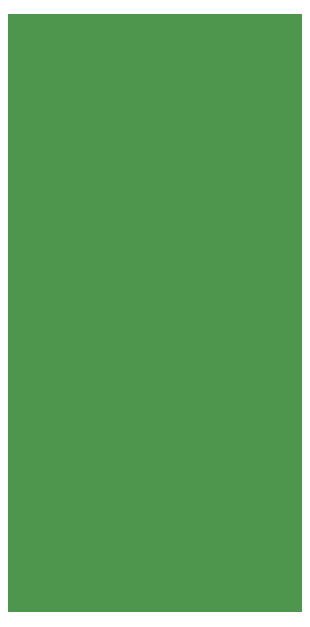
<source format=gbr>
G04 ===== Begin FILE IDENTIFICATION =====*
G04 File Format:  Gerber RS274X*
G04 ===== End FILE IDENTIFICATION =====*
%FSLAX33Y33*%
%MOMM*%
%SFA1.0000B1.0000*%
%OFA0.0B0.0*%
%ADD14C,1.000000*%
%ADD15R,8.000000X12.000000*%
%ADD16R,25.000000X50.600000*%
%LNpc2*%
%IPPOS*%
%LPD*%
G75*
D14*
X23700Y-4100D03*
Y3900D03*
D15*
X21700Y-100D03*
D16*
X30200D03*
M02*


</source>
